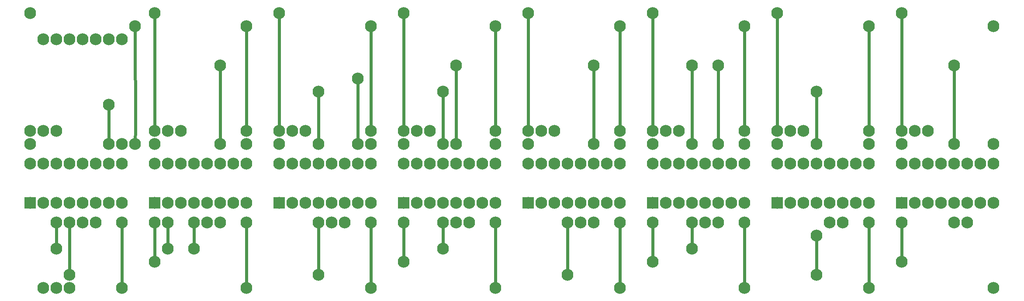
<source format=gtl>
G04 This is an RS-274x file exported by *
G04 gerbv version 2.6.1 *
G04 More information is available about gerbv at *
G04 http://gerbv.geda-project.org/ *
G04 --End of header info--*
%MOIN*%
%FSLAX34Y34*%
%IPPOS*%
G04 --Define apertures--*
%ADD10C,0.0906*%
%ADD11R,0.0906X0.0906*%
%ADD12C,0.0240*%
G04 --Start main section--*
G54D10*
G01X0069820Y0011430D03*
G01X0069820Y0014430D03*
G01X0070820Y0011430D03*
G01X0070820Y0014430D03*
G01X0071820Y0011430D03*
G01X0071820Y0014430D03*
G01X0072820Y0011430D03*
G01X0072820Y0014430D03*
G01X0073820Y0011430D03*
G01X0073820Y0014430D03*
G01X0074820Y0011430D03*
G01X0074820Y0014430D03*
G01X0075820Y0011430D03*
G01X0075820Y0014430D03*
G01X0076820Y0011430D03*
G01X0076820Y0014430D03*
G01X0060320Y0011430D03*
G01X0060320Y0014430D03*
G01X0061320Y0011430D03*
G01X0061320Y0014430D03*
G01X0062320Y0011430D03*
G01X0062320Y0014430D03*
G01X0063320Y0011430D03*
G01X0063320Y0014430D03*
G01X0064320Y0011430D03*
G01X0064320Y0014430D03*
G01X0065320Y0011430D03*
G01X0065320Y0014430D03*
G01X0066320Y0011430D03*
G01X0066320Y0014430D03*
G01X0067320Y0011430D03*
G01X0067320Y0014430D03*
G01X0050820Y0011430D03*
G01X0050820Y0014430D03*
G01X0051820Y0011430D03*
G01X0051820Y0014430D03*
G01X0052820Y0011430D03*
G01X0052820Y0014430D03*
G01X0053820Y0011430D03*
G01X0053820Y0014430D03*
G01X0054820Y0011430D03*
G01X0054820Y0014430D03*
G01X0055820Y0011430D03*
G01X0055820Y0014430D03*
G01X0056820Y0011430D03*
G01X0056820Y0014430D03*
G01X0057820Y0011430D03*
G01X0057820Y0014430D03*
G01X0041320Y0011430D03*
G01X0041320Y0014430D03*
G01X0042320Y0011430D03*
G01X0042320Y0014430D03*
G01X0043320Y0011430D03*
G01X0043320Y0014430D03*
G01X0044320Y0011430D03*
G01X0044320Y0014430D03*
G01X0045320Y0011430D03*
G01X0045320Y0014430D03*
G01X0046320Y0011430D03*
G01X0046320Y0014430D03*
G01X0047320Y0011430D03*
G01X0047320Y0014430D03*
G01X0048320Y0011430D03*
G01X0048320Y0014430D03*
G01X0031820Y0011430D03*
G01X0031820Y0014430D03*
G01X0032820Y0011430D03*
G01X0032820Y0014430D03*
G01X0033820Y0011430D03*
G01X0033820Y0014430D03*
G01X0034820Y0011430D03*
G01X0034820Y0014430D03*
G01X0035820Y0011430D03*
G01X0035820Y0014430D03*
G01X0036820Y0011430D03*
G01X0036820Y0014430D03*
G01X0037820Y0011430D03*
G01X0037820Y0014430D03*
G01X0038820Y0011430D03*
G01X0038820Y0014430D03*
G01X0022320Y0011430D03*
G01X0022320Y0014430D03*
G01X0023320Y0011430D03*
G01X0023320Y0014430D03*
G01X0024320Y0011430D03*
G01X0024320Y0014430D03*
G01X0025320Y0011430D03*
G01X0025320Y0014430D03*
G01X0026320Y0011430D03*
G01X0026320Y0014430D03*
G01X0027320Y0011430D03*
G01X0027320Y0014430D03*
G01X0028320Y0011430D03*
G01X0028320Y0014430D03*
G01X0029320Y0011430D03*
G01X0029320Y0014430D03*
G01X0012820Y0011430D03*
G01X0012820Y0014430D03*
G01X0013820Y0011430D03*
G01X0013820Y0014430D03*
G01X0014820Y0011430D03*
G01X0014820Y0014430D03*
G01X0015820Y0011430D03*
G01X0015820Y0014430D03*
G01X0016820Y0011430D03*
G01X0016820Y0014430D03*
G01X0017820Y0011430D03*
G01X0017820Y0014430D03*
G01X0018820Y0011430D03*
G01X0018820Y0014430D03*
G01X0019820Y0011430D03*
G01X0019820Y0014430D03*
G01X0003320Y0011430D03*
G01X0003320Y0014430D03*
G01X0004320Y0011430D03*
G01X0004320Y0014430D03*
G01X0005320Y0011430D03*
G01X0005320Y0014430D03*
G01X0006320Y0011430D03*
G01X0006320Y0014430D03*
G01X0007320Y0011430D03*
G01X0007320Y0014430D03*
G01X0008320Y0011430D03*
G01X0008320Y0014430D03*
G01X0009320Y0011430D03*
G01X0009320Y0014430D03*
G01X0010320Y0011430D03*
G01X0010320Y0014430D03*
G01X0063320Y0008930D03*
G01X0063320Y0005930D03*
G01X0044320Y0005930D03*
G01X0069820Y0006930D03*
G01X0069820Y0009930D03*
G01X0031820Y0006930D03*
G01X0031820Y0009930D03*
G01X0006320Y0005930D03*
G01X0025320Y0005930D03*
G01X0025320Y0009930D03*
G01X0053820Y0009930D03*
G01X0053820Y0007930D03*
G01X0015820Y0009930D03*
G01X0050820Y0009930D03*
G01X0050820Y0006930D03*
G01X0012820Y0006930D03*
G01X0012820Y0009930D03*
G01X0044320Y0009930D03*
G01X0034820Y0007930D03*
G01X0005320Y0009930D03*
G01X0005320Y0007930D03*
G01X0013820Y0007930D03*
G01X0013820Y0009930D03*
G01X0015820Y0007930D03*
G01X0053820Y0015930D03*
G01X0053820Y0021930D03*
G01X0046320Y0021930D03*
G01X0046320Y0015930D03*
G01X0073820Y0021930D03*
G01X0073820Y0015930D03*
G01X0055820Y0015930D03*
G01X0055820Y0021930D03*
G01X0017820Y0015930D03*
G01X0017820Y0021930D03*
G01X0035820Y0015930D03*
G01X0035820Y0021930D03*
G01X0028320Y0020930D03*
G01X0028320Y0015930D03*
G01X0063320Y0015930D03*
G01X0063320Y0019930D03*
G01X0034820Y0019930D03*
G01X0034820Y0015930D03*
G01X0025320Y0019930D03*
G01X0025320Y0015930D03*
G01X0009320Y0018930D03*
G01X0009320Y0015930D03*
G01X0006320Y0009930D03*
G01X0034820Y0009930D03*
G01X0073820Y0009930D03*
G01X0074820Y0009930D03*
G01X0064320Y0009930D03*
G01X0065320Y0009930D03*
G01X0054820Y0009930D03*
G01X0055820Y0009930D03*
G01X0045320Y0009930D03*
G01X0046320Y0009930D03*
G01X0035820Y0009930D03*
G01X0036820Y0009930D03*
G01X0016820Y0009930D03*
G01X0017820Y0009930D03*
G01X0007320Y0009930D03*
G01X0008320Y0009930D03*
G01X0012820Y0015930D03*
G01X0004320Y0016930D03*
G01X0005320Y0016930D03*
G01X0010320Y0004930D03*
G01X0038820Y0004930D03*
G01X0067320Y0004930D03*
G01X0019820Y0004930D03*
G01X0029320Y0004930D03*
G01X0048320Y0004930D03*
G01X0057820Y0004930D03*
G01X0067320Y0009930D03*
G01X0029320Y0009930D03*
G01X0019820Y0009930D03*
G01X0038820Y0009930D03*
G01X0057820Y0009930D03*
G01X0048320Y0009930D03*
G01X0010320Y0009930D03*
G01X0022320Y0025930D03*
G01X0041320Y0025930D03*
G01X0012820Y0025930D03*
G01X0031820Y0025930D03*
G01X0060320Y0025930D03*
G01X0050820Y0025930D03*
G01X0069820Y0025930D03*
G01X0003320Y0025930D03*
G01X0069820Y0016930D03*
G01X0060320Y0016930D03*
G01X0022320Y0016930D03*
G01X0012820Y0016930D03*
G01X0031820Y0016930D03*
G01X0050820Y0016930D03*
G01X0041320Y0016930D03*
G01X0003320Y0016930D03*
G01X0067320Y0024930D03*
G01X0029320Y0024930D03*
G01X0019820Y0024930D03*
G01X0038820Y0024930D03*
G01X0057820Y0024930D03*
G01X0048320Y0024930D03*
G01X0011320Y0024930D03*
G01X0067320Y0016930D03*
G01X0057820Y0016930D03*
G01X0048320Y0016930D03*
G01X0038820Y0016930D03*
G01X0029320Y0016930D03*
G01X0019820Y0016930D03*
G01X0011320Y0015930D03*
G01X0003320Y0015930D03*
G01X0013820Y0016930D03*
G01X0014820Y0016930D03*
G01X0070820Y0016930D03*
G01X0071820Y0016930D03*
G01X0061320Y0016930D03*
G01X0062320Y0016930D03*
G01X0051820Y0016930D03*
G01X0052820Y0016930D03*
G01X0042320Y0016930D03*
G01X0043320Y0016930D03*
G01X0032820Y0016930D03*
G01X0033820Y0016930D03*
G01X0023320Y0016930D03*
G01X0024320Y0016930D03*
G01X0022320Y0015930D03*
G01X0076820Y0015930D03*
G01X0069820Y0015930D03*
G01X0067320Y0015930D03*
G01X0060320Y0015930D03*
G01X0057820Y0015930D03*
G01X0050820Y0015930D03*
G01X0048320Y0015930D03*
G01X0041320Y0015930D03*
G01X0038820Y0015930D03*
G01X0031820Y0015930D03*
G01X0029320Y0015930D03*
G01X0019820Y0015930D03*
G01X0010320Y0015930D03*
G01X0076820Y0004930D03*
G01X0076820Y0024930D03*
G01X0004320Y0004930D03*
G01X0005320Y0004930D03*
G01X0006320Y0004930D03*
G01X0004320Y0023930D03*
G01X0005320Y0023930D03*
G01X0006320Y0023930D03*
G01X0007320Y0023930D03*
G01X0008320Y0023930D03*
G01X0009320Y0023930D03*
G01X0010320Y0023930D03*
G01X0026320Y0009930D03*
G01X0027320Y0009930D03*
G54D11*
G01X0069820Y0011430D03*
G01X0060320Y0011430D03*
G01X0050820Y0011430D03*
G01X0041320Y0011430D03*
G01X0031820Y0011430D03*
G01X0022320Y0011430D03*
G01X0012820Y0011430D03*
G01X0003320Y0011430D03*
G54D12*
G01X0013820Y0008180D02*
G01X0013820Y0009690D01*
G01X0005320Y0008180D02*
G01X0005320Y0009690D01*
G01X0009320Y0016180D02*
G01X0009320Y0018690D01*
G01X0034820Y0016180D02*
G01X0034820Y0019690D01*
G01X0025320Y0016180D02*
G01X0025320Y0019690D01*
G01X0063320Y0016180D02*
G01X0063320Y0019690D01*
G01X0017820Y0016180D02*
G01X0017820Y0021690D01*
G01X0035820Y0016180D02*
G01X0035820Y0021690D01*
G01X0028320Y0016180D02*
G01X0028320Y0020690D01*
G01X0073820Y0021690D02*
G01X0073820Y0016180D01*
G01X0055820Y0021690D02*
G01X0055820Y0016180D01*
G01X0046320Y0016180D02*
G01X0046320Y0021690D01*
G01X0053820Y0016180D02*
G01X0053820Y0021690D01*
G01X0057820Y0017180D02*
G01X0057820Y0024690D01*
G01X0048320Y0017180D02*
G01X0048320Y0024690D01*
G01X0038820Y0017180D02*
G01X0038820Y0024690D01*
G01X0029320Y0017180D02*
G01X0029320Y0024690D01*
G01X0019820Y0017180D02*
G01X0019820Y0024690D01*
G01X0011350Y0016950D02*
G01X0011320Y0024690D01*
G01X0011320Y0016180D02*
G01X0011350Y0016950D01*
G01X0050820Y0017180D02*
G01X0050820Y0025690D01*
G01X0041320Y0017180D02*
G01X0041320Y0025690D01*
G01X0031820Y0017180D02*
G01X0031820Y0025690D01*
G01X0022320Y0017180D02*
G01X0022320Y0025690D01*
G01X0012820Y0017180D02*
G01X0012820Y0025690D01*
G01X0067320Y0017180D02*
G01X0067320Y0024690D01*
G01X0069820Y0017180D02*
G01X0069820Y0025690D01*
G01X0060320Y0017180D02*
G01X0060320Y0025690D01*
G01X0067320Y0005180D02*
G01X0067320Y0009690D01*
G01X0057820Y0005180D02*
G01X0057820Y0009690D01*
G01X0048320Y0005180D02*
G01X0048320Y0009690D01*
G01X0038820Y0005180D02*
G01X0038820Y0009690D01*
G01X0029320Y0005180D02*
G01X0029320Y0009690D01*
G01X0019820Y0005180D02*
G01X0019820Y0009690D01*
G01X0010320Y0005180D02*
G01X0010320Y0009690D01*
G01X0069820Y0007180D02*
G01X0069820Y0009690D01*
G01X0063320Y0006180D02*
G01X0063320Y0008690D01*
G01X0053820Y0008180D02*
G01X0053820Y0009690D01*
G01X0050820Y0007180D02*
G01X0050820Y0009690D01*
G01X0044320Y0006180D02*
G01X0044320Y0009690D01*
G01X0034820Y0008180D02*
G01X0034820Y0009690D01*
G01X0031820Y0007180D02*
G01X0031820Y0009690D01*
G01X0025320Y0006180D02*
G01X0025320Y0009690D01*
G01X0015820Y0008180D02*
G01X0015820Y0009690D01*
G01X0012820Y0007180D02*
G01X0012820Y0009690D01*
G01X0006320Y0006180D02*
G01X0006320Y0009690D01*
M02*

</source>
